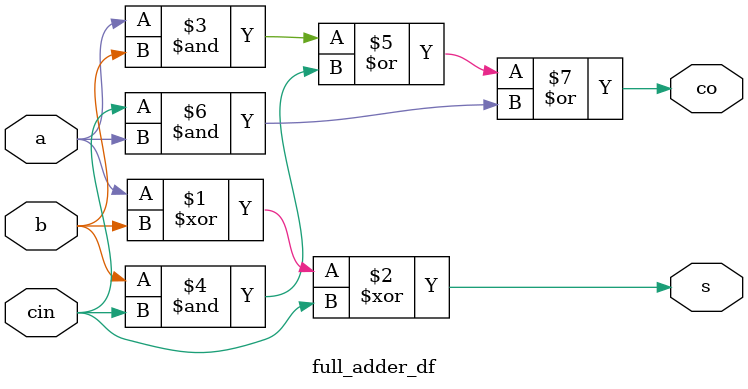
<source format=v>
module full_adder_df (input a,b,cin,output s,co);

assign s = a^b^cin;
assign co = (a&b) | (b&cin) | (cin&a);
endmodule

</source>
